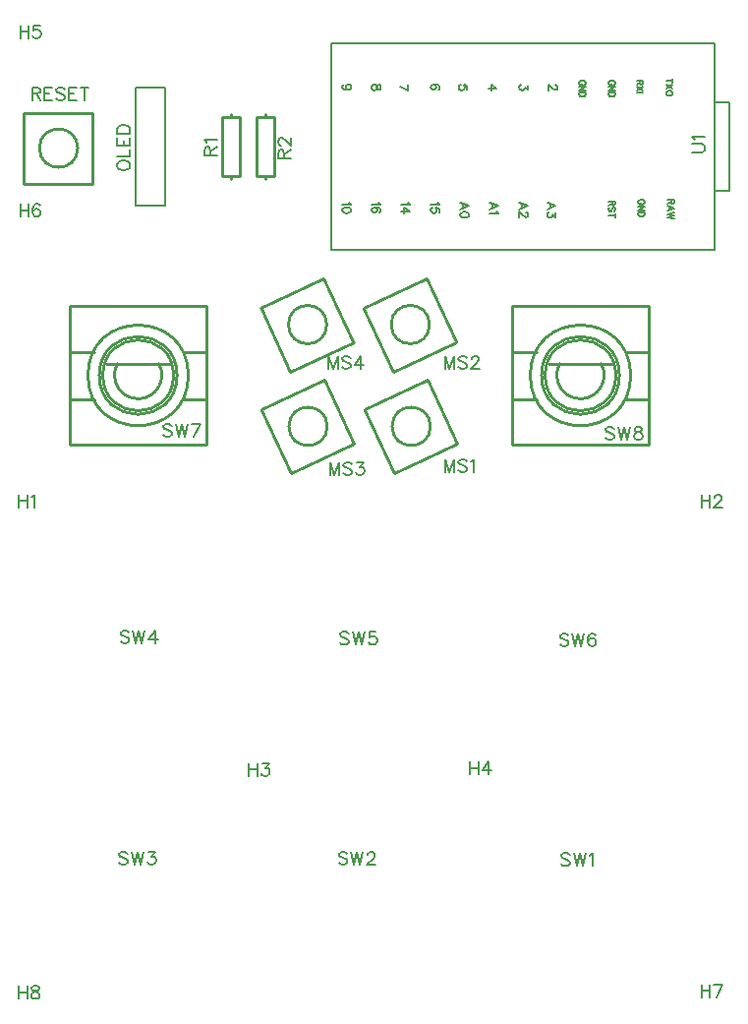
<source format=gto>
G04 Layer: TopSilkLayer*
G04 EasyEDA v6.4.7, 2020-12-12T13:13:04+01:00*
G04 d11925a588f84334974d7b2f1f55f34c,4d97e48eab474e129cc19cc013e78dee,10*
G04 Gerber Generator version 0.2*
G04 Scale: 100 percent, Rotated: No, Reflected: No *
G04 Dimensions in millimeters *
G04 leading zeros omitted , absolute positions ,3 integer and 3 decimal *
%FSLAX33Y33*%
%MOMM*%
G90*
D02*

%ADD10C,0.254000*%
%ADD23C,0.203200*%
%ADD24C,0.203200*%
%ADD25C,0.200660*%
%ADD26C,0.152400*%

%LPD*%
G54D10*
G01X20795Y79264D02*
G01X20795Y79518D01*
G01X20795Y74184D02*
G01X20795Y73930D01*
G01X20795Y79264D02*
G01X21557Y79264D01*
G01X20033Y79264D02*
G01X20795Y79264D01*
G01X20033Y74184D02*
G01X20033Y79264D01*
G01X20795Y74184D02*
G01X20033Y74184D01*
G01X21557Y74184D02*
G01X20795Y74184D01*
G01X21557Y79264D02*
G01X21557Y74184D01*
G01X23716Y79264D02*
G01X23716Y79518D01*
G01X23716Y74184D02*
G01X23716Y73930D01*
G01X23716Y79264D02*
G01X24478Y79264D01*
G01X22954Y79264D02*
G01X23716Y79264D01*
G01X22954Y74184D02*
G01X22954Y79264D01*
G01X23716Y74184D02*
G01X22954Y74184D01*
G01X24478Y74184D02*
G01X23716Y74184D01*
G01X24478Y79264D02*
G01X24478Y74184D01*
G54D23*
G01X62451Y85614D02*
G01X29431Y85614D01*
G01X29431Y67834D01*
G01X62451Y67834D01*
G01X62451Y85614D01*
G54D24*
G01X62451Y80534D02*
G01X63721Y80534D01*
G01X63721Y80534D02*
G01X63721Y72914D01*
G01X63721Y72914D02*
G01X62451Y72914D01*
G54D10*
G01X32269Y54118D02*
G01X37707Y56653D01*
G01X34846Y48593D02*
G01X32310Y54030D01*
G01X40257Y51197D02*
G01X37721Y56635D01*
G01X34846Y48593D02*
G01X40284Y51128D01*
G01X2888Y79645D02*
G01X8888Y79645D01*
G01X2888Y73549D02*
G01X2888Y79548D01*
G01X8893Y73622D02*
G01X8893Y79622D01*
G01X2888Y73549D02*
G01X8888Y73549D01*
G01X32186Y62881D02*
G01X37624Y65416D01*
G01X34763Y57356D02*
G01X32227Y62793D01*
G01X40174Y59960D02*
G01X37638Y65398D01*
G01X34763Y57356D02*
G01X40201Y59891D01*
G01X23379Y54118D02*
G01X28817Y56653D01*
G01X25956Y48593D02*
G01X23420Y54030D01*
G01X31367Y51197D02*
G01X28831Y56635D01*
G01X25956Y48593D02*
G01X31394Y51128D01*
G01X23335Y62881D02*
G01X28773Y65416D01*
G01X25912Y57356D02*
G01X23376Y62793D01*
G01X31323Y59960D02*
G01X28787Y65398D01*
G01X25912Y57356D02*
G01X31350Y59891D01*
G54D25*
G01X15080Y71644D02*
G01X15080Y81804D01*
G01X12540Y81804D01*
G01X12540Y71644D01*
G01X15080Y71644D01*
G54D10*
G01X6894Y63035D02*
G01X18694Y63035D01*
G01X18694Y63035D02*
G01X18694Y51035D01*
G01X18694Y51035D02*
G01X6894Y51035D01*
G01X6894Y51035D02*
G01X6894Y63035D01*
G01X10000Y58051D02*
G01X15588Y58051D01*
G01X6952Y59067D02*
G01X8984Y59067D01*
G01X6952Y55003D02*
G01X8984Y55003D01*
G01X16604Y59067D02*
G01X18636Y59067D01*
G01X16604Y55003D02*
G01X18636Y55003D01*
G01X44994Y63035D02*
G01X56794Y63035D01*
G01X56794Y63035D02*
G01X56794Y51035D01*
G01X56794Y51035D02*
G01X44994Y51035D01*
G01X44994Y51035D02*
G01X44994Y63035D01*
G01X48100Y58051D02*
G01X53688Y58051D01*
G01X45052Y59067D02*
G01X47084Y59067D01*
G01X45052Y55003D02*
G01X47084Y55003D01*
G01X54704Y59067D02*
G01X56736Y59067D01*
G01X54704Y55003D02*
G01X56736Y55003D01*
G54D26*
G01X2634Y71781D02*
G01X2634Y70691D01*
G01X3361Y71781D02*
G01X3361Y70691D01*
G01X2634Y71263D02*
G01X3361Y71263D01*
G01X4329Y71626D02*
G01X4275Y71730D01*
G01X4120Y71781D01*
G01X4016Y71781D01*
G01X3861Y71730D01*
G01X3757Y71572D01*
G01X3704Y71313D01*
G01X3704Y71054D01*
G01X3757Y70846D01*
G01X3861Y70742D01*
G01X4016Y70691D01*
G01X4070Y70691D01*
G01X4225Y70742D01*
G01X4329Y70846D01*
G01X4379Y71001D01*
G01X4379Y71054D01*
G01X4329Y71209D01*
G01X4225Y71313D01*
G01X4070Y71364D01*
G01X4016Y71364D01*
G01X3861Y71313D01*
G01X3757Y71209D01*
G01X3704Y71054D01*
G01X61308Y4598D02*
G01X61308Y3508D01*
G01X62035Y4598D02*
G01X62035Y3508D01*
G01X61308Y4080D02*
G01X62035Y4080D01*
G01X63107Y4598D02*
G01X62586Y3508D01*
G01X62378Y4598D02*
G01X63107Y4598D01*
G01X2507Y4471D02*
G01X2507Y3381D01*
G01X3234Y4471D02*
G01X3234Y3381D01*
G01X2507Y3953D02*
G01X3234Y3953D01*
G01X3838Y4471D02*
G01X3681Y4420D01*
G01X3630Y4316D01*
G01X3630Y4212D01*
G01X3681Y4107D01*
G01X3785Y4054D01*
G01X3993Y4003D01*
G01X4148Y3953D01*
G01X4252Y3848D01*
G01X4306Y3744D01*
G01X4306Y3587D01*
G01X4252Y3483D01*
G01X4202Y3432D01*
G01X4044Y3381D01*
G01X3838Y3381D01*
G01X3681Y3432D01*
G01X3630Y3483D01*
G01X3577Y3587D01*
G01X3577Y3744D01*
G01X3630Y3848D01*
G01X3734Y3953D01*
G01X3889Y4003D01*
G01X4098Y4054D01*
G01X4202Y4107D01*
G01X4252Y4212D01*
G01X4252Y4316D01*
G01X4202Y4420D01*
G01X4044Y4471D01*
G01X3838Y4471D01*
G01X18499Y75962D02*
G01X19589Y75962D01*
G01X18499Y75962D02*
G01X18499Y76429D01*
G01X18550Y76584D01*
G01X18603Y76637D01*
G01X18708Y76688D01*
G01X18812Y76688D01*
G01X18916Y76637D01*
G01X18967Y76584D01*
G01X19017Y76429D01*
G01X19017Y75962D01*
G01X19017Y76325D02*
G01X19589Y76688D01*
G01X18708Y77031D02*
G01X18654Y77135D01*
G01X18499Y77292D01*
G01X19589Y77292D01*
G01X24849Y75708D02*
G01X25939Y75708D01*
G01X24849Y75708D02*
G01X24849Y76175D01*
G01X24900Y76330D01*
G01X24953Y76383D01*
G01X25058Y76434D01*
G01X25162Y76434D01*
G01X25266Y76383D01*
G01X25317Y76330D01*
G01X25367Y76175D01*
G01X25367Y75708D01*
G01X25367Y76071D02*
G01X25939Y76434D01*
G01X25108Y76830D02*
G01X25058Y76830D01*
G01X24953Y76881D01*
G01X24900Y76934D01*
G01X24849Y77038D01*
G01X24849Y77244D01*
G01X24900Y77348D01*
G01X24953Y77402D01*
G01X25058Y77452D01*
G01X25162Y77452D01*
G01X25266Y77402D01*
G01X25421Y77298D01*
G01X25939Y76777D01*
G01X25939Y77506D01*
G01X60536Y76216D02*
G01X61316Y76216D01*
G01X61471Y76266D01*
G01X61575Y76370D01*
G01X61626Y76528D01*
G01X61626Y76632D01*
G01X61575Y76787D01*
G01X61471Y76891D01*
G01X61316Y76942D01*
G01X60536Y76942D01*
G01X60745Y77285D02*
G01X60691Y77389D01*
G01X60536Y77546D01*
G01X61626Y77546D01*
G01X30978Y71898D02*
G01X31014Y71829D01*
G01X31118Y71725D01*
G01X30389Y71725D01*
G01X31118Y71288D02*
G01X31082Y71392D01*
G01X30978Y71461D01*
G01X30806Y71496D01*
G01X30701Y71496D01*
G01X30529Y71461D01*
G01X30425Y71392D01*
G01X30389Y71288D01*
G01X30389Y71219D01*
G01X30425Y71115D01*
G01X30529Y71047D01*
G01X30701Y71011D01*
G01X30806Y71011D01*
G01X30978Y71047D01*
G01X31082Y71115D01*
G01X31118Y71219D01*
G01X31118Y71288D01*
G01X33518Y71898D02*
G01X33554Y71829D01*
G01X33658Y71725D01*
G01X32929Y71725D01*
G01X33554Y71080D02*
G01X33622Y71115D01*
G01X33658Y71219D01*
G01X33658Y71288D01*
G01X33622Y71392D01*
G01X33518Y71461D01*
G01X33346Y71496D01*
G01X33173Y71496D01*
G01X33033Y71461D01*
G01X32965Y71392D01*
G01X32929Y71288D01*
G01X32929Y71252D01*
G01X32965Y71148D01*
G01X33033Y71080D01*
G01X33137Y71047D01*
G01X33173Y71047D01*
G01X33277Y71080D01*
G01X33346Y71148D01*
G01X33381Y71252D01*
G01X33381Y71288D01*
G01X33346Y71392D01*
G01X33277Y71461D01*
G01X33173Y71496D01*
G01X36058Y71898D02*
G01X36094Y71829D01*
G01X36198Y71725D01*
G01X35469Y71725D01*
G01X36198Y71148D02*
G01X35713Y71496D01*
G01X35713Y70975D01*
G01X36198Y71148D02*
G01X35469Y71148D01*
G01X38598Y71898D02*
G01X38634Y71829D01*
G01X38738Y71725D01*
G01X38009Y71725D01*
G01X38738Y71080D02*
G01X38738Y71428D01*
G01X38426Y71461D01*
G01X38461Y71428D01*
G01X38494Y71323D01*
G01X38494Y71219D01*
G01X38461Y71115D01*
G01X38390Y71047D01*
G01X38286Y71011D01*
G01X38217Y71011D01*
G01X38113Y71047D01*
G01X38045Y71115D01*
G01X38009Y71219D01*
G01X38009Y71323D01*
G01X38045Y71428D01*
G01X38080Y71461D01*
G01X38149Y71496D01*
G01X41278Y71621D02*
G01X40549Y71898D01*
G01X41278Y71621D02*
G01X40549Y71344D01*
G01X40793Y71793D02*
G01X40793Y71448D01*
G01X41278Y70907D02*
G01X41242Y71011D01*
G01X41138Y71080D01*
G01X40966Y71115D01*
G01X40861Y71115D01*
G01X40689Y71080D01*
G01X40585Y71011D01*
G01X40549Y70907D01*
G01X40549Y70838D01*
G01X40585Y70734D01*
G01X40689Y70666D01*
G01X40861Y70630D01*
G01X40966Y70630D01*
G01X41138Y70666D01*
G01X41242Y70734D01*
G01X41278Y70838D01*
G01X41278Y70907D01*
G01X43818Y71621D02*
G01X43089Y71898D01*
G01X43818Y71621D02*
G01X43089Y71344D01*
G01X43333Y71793D02*
G01X43333Y71448D01*
G01X43678Y71115D02*
G01X43714Y71047D01*
G01X43818Y70942D01*
G01X43089Y70942D01*
G01X46358Y71621D02*
G01X45629Y71898D01*
G01X46358Y71621D02*
G01X45629Y71344D01*
G01X45873Y71793D02*
G01X45873Y71448D01*
G01X46183Y71080D02*
G01X46218Y71080D01*
G01X46287Y71047D01*
G01X46322Y71011D01*
G01X46358Y70942D01*
G01X46358Y70803D01*
G01X46322Y70734D01*
G01X46287Y70699D01*
G01X46218Y70666D01*
G01X46150Y70666D01*
G01X46081Y70699D01*
G01X45977Y70767D01*
G01X45629Y71115D01*
G01X45629Y70630D01*
G01X48771Y71621D02*
G01X48042Y71898D01*
G01X48771Y71621D02*
G01X48042Y71344D01*
G01X48286Y71793D02*
G01X48286Y71448D01*
G01X48771Y71047D02*
G01X48771Y70666D01*
G01X48494Y70871D01*
G01X48494Y70767D01*
G01X48459Y70699D01*
G01X48423Y70666D01*
G01X48319Y70630D01*
G01X48250Y70630D01*
G01X48146Y70666D01*
G01X48078Y70734D01*
G01X48042Y70838D01*
G01X48042Y70942D01*
G01X48078Y71047D01*
G01X48113Y71080D01*
G01X48182Y71115D01*
G01X53866Y72025D02*
G01X53333Y72025D01*
G01X53866Y72025D02*
G01X53866Y71796D01*
G01X53841Y71720D01*
G01X53815Y71694D01*
G01X53765Y71669D01*
G01X53714Y71669D01*
G01X53663Y71694D01*
G01X53638Y71720D01*
G01X53612Y71796D01*
G01X53612Y72025D01*
G01X53612Y71847D02*
G01X53333Y71669D01*
G01X53790Y71146D02*
G01X53841Y71196D01*
G01X53866Y71273D01*
G01X53866Y71374D01*
G01X53841Y71450D01*
G01X53790Y71501D01*
G01X53739Y71501D01*
G01X53688Y71476D01*
G01X53663Y71450D01*
G01X53638Y71400D01*
G01X53587Y71247D01*
G01X53561Y71196D01*
G01X53536Y71171D01*
G01X53485Y71146D01*
G01X53409Y71146D01*
G01X53358Y71196D01*
G01X53333Y71273D01*
G01X53333Y71374D01*
G01X53358Y71450D01*
G01X53409Y71501D01*
G01X53866Y70800D02*
G01X53333Y70800D01*
G01X53866Y70978D02*
G01X53866Y70622D01*
G01X56279Y71771D02*
G01X56330Y71796D01*
G01X56381Y71847D01*
G01X56406Y71898D01*
G01X56406Y71999D01*
G01X56381Y72050D01*
G01X56330Y72101D01*
G01X56279Y72126D01*
G01X56203Y72152D01*
G01X56076Y72152D01*
G01X56000Y72126D01*
G01X55949Y72101D01*
G01X55898Y72050D01*
G01X55873Y71999D01*
G01X55873Y71898D01*
G01X55898Y71847D01*
G01X55949Y71796D01*
G01X56000Y71771D01*
G01X56076Y71771D01*
G01X56076Y71898D02*
G01X56076Y71771D01*
G01X56406Y71603D02*
G01X55873Y71603D01*
G01X56406Y71603D02*
G01X55873Y71247D01*
G01X56406Y71247D02*
G01X55873Y71247D01*
G01X56406Y71080D02*
G01X55873Y71080D01*
G01X56406Y71080D02*
G01X56406Y70902D01*
G01X56381Y70826D01*
G01X56330Y70775D01*
G01X56279Y70749D01*
G01X56203Y70724D01*
G01X56076Y70724D01*
G01X56000Y70749D01*
G01X55949Y70775D01*
G01X55898Y70826D01*
G01X55873Y70902D01*
G01X55873Y71080D01*
G01X58946Y72152D02*
G01X58413Y72152D01*
G01X58946Y72152D02*
G01X58946Y71923D01*
G01X58921Y71847D01*
G01X58895Y71821D01*
G01X58845Y71796D01*
G01X58794Y71796D01*
G01X58743Y71821D01*
G01X58718Y71847D01*
G01X58692Y71923D01*
G01X58692Y72152D01*
G01X58692Y71974D02*
G01X58413Y71796D01*
G01X58946Y71425D02*
G01X58413Y71628D01*
G01X58946Y71425D02*
G01X58413Y71222D01*
G01X58591Y71552D02*
G01X58591Y71298D01*
G01X58946Y71054D02*
G01X58413Y70927D01*
G01X58946Y70800D02*
G01X58413Y70927D01*
G01X58946Y70800D02*
G01X58413Y70673D01*
G01X58946Y70546D02*
G01X58413Y70673D01*
G01X58819Y82388D02*
G01X58286Y82388D01*
G01X58819Y82566D02*
G01X58819Y82210D01*
G01X58819Y82042D02*
G01X58286Y81687D01*
G01X58819Y81687D02*
G01X58286Y82042D01*
G01X58819Y81367D02*
G01X58794Y81417D01*
G01X58743Y81468D01*
G01X58692Y81494D01*
G01X58616Y81519D01*
G01X58489Y81519D01*
G01X58413Y81494D01*
G01X58362Y81468D01*
G01X58311Y81417D01*
G01X58286Y81367D01*
G01X58286Y81265D01*
G01X58311Y81214D01*
G01X58362Y81163D01*
G01X58413Y81138D01*
G01X58489Y81113D01*
G01X58616Y81113D01*
G01X58692Y81138D01*
G01X58743Y81163D01*
G01X58794Y81214D01*
G01X58819Y81265D01*
G01X58819Y81367D01*
G01X56279Y82439D02*
G01X55746Y82439D01*
G01X56279Y82439D02*
G01X56279Y82210D01*
G01X56254Y82134D01*
G01X56228Y82108D01*
G01X56178Y82083D01*
G01X56127Y82083D01*
G01X56076Y82108D01*
G01X56051Y82134D01*
G01X56025Y82210D01*
G01X56025Y82439D01*
G01X56025Y82261D02*
G01X55746Y82083D01*
G01X56279Y81915D02*
G01X55746Y81560D01*
G01X56279Y81560D02*
G01X55746Y81915D01*
G01X56279Y81392D02*
G01X55746Y81392D01*
G01X53739Y82058D02*
G01X53790Y82083D01*
G01X53841Y82134D01*
G01X53866Y82185D01*
G01X53866Y82286D01*
G01X53841Y82337D01*
G01X53790Y82388D01*
G01X53739Y82413D01*
G01X53663Y82439D01*
G01X53536Y82439D01*
G01X53460Y82413D01*
G01X53409Y82388D01*
G01X53358Y82337D01*
G01X53333Y82286D01*
G01X53333Y82185D01*
G01X53358Y82134D01*
G01X53409Y82083D01*
G01X53460Y82058D01*
G01X53536Y82058D01*
G01X53536Y82185D02*
G01X53536Y82058D01*
G01X53866Y81890D02*
G01X53333Y81890D01*
G01X53866Y81890D02*
G01X53333Y81534D01*
G01X53866Y81534D02*
G01X53333Y81534D01*
G01X53866Y81367D02*
G01X53333Y81367D01*
G01X53866Y81367D02*
G01X53866Y81189D01*
G01X53841Y81113D01*
G01X53790Y81062D01*
G01X53739Y81036D01*
G01X53663Y81011D01*
G01X53536Y81011D01*
G01X53460Y81036D01*
G01X53409Y81062D01*
G01X53358Y81113D01*
G01X53333Y81189D01*
G01X53333Y81367D01*
G01X51199Y82058D02*
G01X51250Y82083D01*
G01X51301Y82134D01*
G01X51326Y82185D01*
G01X51326Y82286D01*
G01X51301Y82337D01*
G01X51250Y82388D01*
G01X51199Y82413D01*
G01X51123Y82439D01*
G01X50996Y82439D01*
G01X50920Y82413D01*
G01X50869Y82388D01*
G01X50818Y82337D01*
G01X50793Y82286D01*
G01X50793Y82185D01*
G01X50818Y82134D01*
G01X50869Y82083D01*
G01X50920Y82058D01*
G01X50996Y82058D01*
G01X50996Y82185D02*
G01X50996Y82058D01*
G01X51326Y81890D02*
G01X50793Y81890D01*
G01X51326Y81890D02*
G01X50793Y81534D01*
G01X51326Y81534D02*
G01X50793Y81534D01*
G01X51326Y81367D02*
G01X50793Y81367D01*
G01X51326Y81367D02*
G01X51326Y81189D01*
G01X51301Y81113D01*
G01X51250Y81062D01*
G01X51199Y81036D01*
G01X51123Y81011D01*
G01X50996Y81011D01*
G01X50920Y81036D01*
G01X50869Y81062D01*
G01X50818Y81113D01*
G01X50793Y81189D01*
G01X50793Y81367D01*
G01X48723Y82022D02*
G01X48758Y82022D01*
G01X48827Y81989D01*
G01X48862Y81953D01*
G01X48898Y81885D01*
G01X48898Y81745D01*
G01X48862Y81677D01*
G01X48827Y81641D01*
G01X48758Y81608D01*
G01X48690Y81608D01*
G01X48621Y81641D01*
G01X48517Y81712D01*
G01X48169Y82058D01*
G01X48169Y81572D01*
G01X46358Y81989D02*
G01X46358Y81608D01*
G01X46081Y81816D01*
G01X46081Y81712D01*
G01X46046Y81641D01*
G01X46010Y81608D01*
G01X45906Y81572D01*
G01X45837Y81572D01*
G01X45733Y81608D01*
G01X45665Y81677D01*
G01X45629Y81781D01*
G01X45629Y81885D01*
G01X45665Y81989D01*
G01X45700Y82022D01*
G01X45769Y82058D01*
G01X43691Y81712D02*
G01X43206Y82058D01*
G01X43206Y81537D01*
G01X43691Y81712D02*
G01X42962Y81712D01*
G01X41151Y81641D02*
G01X41151Y81989D01*
G01X40839Y82022D01*
G01X40874Y81989D01*
G01X40907Y81885D01*
G01X40907Y81781D01*
G01X40874Y81677D01*
G01X40803Y81608D01*
G01X40699Y81572D01*
G01X40630Y81572D01*
G01X40526Y81608D01*
G01X40458Y81677D01*
G01X40422Y81781D01*
G01X40422Y81885D01*
G01X40458Y81989D01*
G01X40493Y82022D01*
G01X40562Y82058D01*
G01X38634Y81641D02*
G01X38702Y81677D01*
G01X38738Y81781D01*
G01X38738Y81849D01*
G01X38702Y81953D01*
G01X38598Y82022D01*
G01X38426Y82058D01*
G01X38253Y82058D01*
G01X38113Y82022D01*
G01X38045Y81953D01*
G01X38009Y81849D01*
G01X38009Y81816D01*
G01X38045Y81712D01*
G01X38113Y81641D01*
G01X38217Y81608D01*
G01X38253Y81608D01*
G01X38357Y81641D01*
G01X38426Y81712D01*
G01X38461Y81816D01*
G01X38461Y81849D01*
G01X38426Y81953D01*
G01X38357Y82022D01*
G01X38253Y82058D01*
G01X36071Y81572D02*
G01X35342Y81918D01*
G01X36071Y82058D02*
G01X36071Y81572D01*
G01X33658Y81885D02*
G01X33622Y81989D01*
G01X33554Y82022D01*
G01X33483Y82022D01*
G01X33414Y81989D01*
G01X33381Y81918D01*
G01X33346Y81781D01*
G01X33310Y81677D01*
G01X33241Y81608D01*
G01X33173Y81572D01*
G01X33069Y81572D01*
G01X33000Y81608D01*
G01X32965Y81641D01*
G01X32929Y81745D01*
G01X32929Y81885D01*
G01X32965Y81989D01*
G01X33000Y82022D01*
G01X33069Y82058D01*
G01X33173Y82058D01*
G01X33241Y82022D01*
G01X33310Y81953D01*
G01X33346Y81849D01*
G01X33381Y81712D01*
G01X33414Y81641D01*
G01X33483Y81608D01*
G01X33554Y81608D01*
G01X33622Y81641D01*
G01X33658Y81745D01*
G01X33658Y81885D01*
G01X30874Y81608D02*
G01X30770Y81641D01*
G01X30701Y81712D01*
G01X30666Y81816D01*
G01X30666Y81849D01*
G01X30701Y81953D01*
G01X30770Y82022D01*
G01X30874Y82058D01*
G01X30910Y82058D01*
G01X31014Y82022D01*
G01X31082Y81953D01*
G01X31118Y81849D01*
G01X31118Y81816D01*
G01X31082Y81712D01*
G01X31014Y81641D01*
G01X30874Y81608D01*
G01X30701Y81608D01*
G01X30529Y81641D01*
G01X30425Y81712D01*
G01X30389Y81816D01*
G01X30389Y81885D01*
G01X30425Y81989D01*
G01X30493Y82022D01*
G01X39211Y49810D02*
G01X39211Y48720D01*
G01X39211Y49810D02*
G01X39627Y48720D01*
G01X40041Y49810D02*
G01X39627Y48720D01*
G01X40041Y49810D02*
G01X40041Y48720D01*
G01X41113Y49655D02*
G01X41009Y49759D01*
G01X40851Y49810D01*
G01X40646Y49810D01*
G01X40488Y49759D01*
G01X40384Y49655D01*
G01X40384Y49551D01*
G01X40437Y49446D01*
G01X40488Y49393D01*
G01X40592Y49342D01*
G01X40905Y49238D01*
G01X41009Y49187D01*
G01X41060Y49134D01*
G01X41113Y49030D01*
G01X41113Y48875D01*
G01X41009Y48771D01*
G01X40851Y48720D01*
G01X40646Y48720D01*
G01X40488Y48771D01*
G01X40384Y48875D01*
G01X41456Y49601D02*
G01X41560Y49655D01*
G01X41715Y49810D01*
G01X41715Y48720D01*
G01X3650Y81814D02*
G01X3650Y80724D01*
G01X3650Y81814D02*
G01X4118Y81814D01*
G01X4273Y81763D01*
G01X4326Y81710D01*
G01X4377Y81605D01*
G01X4377Y81501D01*
G01X4326Y81397D01*
G01X4273Y81346D01*
G01X4118Y81296D01*
G01X3650Y81296D01*
G01X4014Y81296D02*
G01X4377Y80724D01*
G01X4720Y81814D02*
G01X4720Y80724D01*
G01X4720Y81814D02*
G01X5395Y81814D01*
G01X4720Y81296D02*
G01X5136Y81296D01*
G01X4720Y80724D02*
G01X5395Y80724D01*
G01X6467Y81659D02*
G01X6363Y81763D01*
G01X6206Y81814D01*
G01X6000Y81814D01*
G01X5843Y81763D01*
G01X5738Y81659D01*
G01X5738Y81555D01*
G01X5792Y81450D01*
G01X5843Y81397D01*
G01X5947Y81346D01*
G01X6259Y81242D01*
G01X6363Y81191D01*
G01X6414Y81138D01*
G01X6467Y81034D01*
G01X6467Y80879D01*
G01X6363Y80775D01*
G01X6206Y80724D01*
G01X6000Y80724D01*
G01X5843Y80775D01*
G01X5738Y80879D01*
G01X6810Y81814D02*
G01X6810Y80724D01*
G01X6810Y81814D02*
G01X7486Y81814D01*
G01X6810Y81296D02*
G01X7224Y81296D01*
G01X6810Y80724D02*
G01X7486Y80724D01*
G01X8192Y81814D02*
G01X8192Y80724D01*
G01X7829Y81814D02*
G01X8555Y81814D01*
G01X39211Y58700D02*
G01X39211Y57610D01*
G01X39211Y58700D02*
G01X39627Y57610D01*
G01X40041Y58700D02*
G01X39627Y57610D01*
G01X40041Y58700D02*
G01X40041Y57610D01*
G01X41113Y58545D02*
G01X41009Y58649D01*
G01X40851Y58700D01*
G01X40646Y58700D01*
G01X40488Y58649D01*
G01X40384Y58545D01*
G01X40384Y58441D01*
G01X40437Y58336D01*
G01X40488Y58283D01*
G01X40592Y58232D01*
G01X40905Y58128D01*
G01X41009Y58077D01*
G01X41060Y58024D01*
G01X41113Y57920D01*
G01X41113Y57765D01*
G01X41009Y57661D01*
G01X40851Y57610D01*
G01X40646Y57610D01*
G01X40488Y57661D01*
G01X40384Y57765D01*
G01X41507Y58441D02*
G01X41507Y58491D01*
G01X41560Y58596D01*
G01X41611Y58649D01*
G01X41715Y58700D01*
G01X41923Y58700D01*
G01X42027Y58649D01*
G01X42078Y58596D01*
G01X42132Y58491D01*
G01X42132Y58387D01*
G01X42078Y58283D01*
G01X41974Y58128D01*
G01X41456Y57610D01*
G01X42182Y57610D01*
G01X29305Y49556D02*
G01X29305Y48466D01*
G01X29305Y49556D02*
G01X29721Y48466D01*
G01X30135Y49556D02*
G01X29721Y48466D01*
G01X30135Y49556D02*
G01X30135Y48466D01*
G01X31207Y49401D02*
G01X31103Y49505D01*
G01X30945Y49556D01*
G01X30740Y49556D01*
G01X30582Y49505D01*
G01X30478Y49401D01*
G01X30478Y49297D01*
G01X30531Y49192D01*
G01X30582Y49139D01*
G01X30686Y49088D01*
G01X30999Y48984D01*
G01X31103Y48933D01*
G01X31154Y48880D01*
G01X31207Y48776D01*
G01X31207Y48621D01*
G01X31103Y48517D01*
G01X30945Y48466D01*
G01X30740Y48466D01*
G01X30582Y48517D01*
G01X30478Y48621D01*
G01X31654Y49556D02*
G01X32226Y49556D01*
G01X31913Y49139D01*
G01X32068Y49139D01*
G01X32172Y49088D01*
G01X32226Y49037D01*
G01X32276Y48880D01*
G01X32276Y48776D01*
G01X32226Y48621D01*
G01X32121Y48517D01*
G01X31964Y48466D01*
G01X31809Y48466D01*
G01X31654Y48517D01*
G01X31601Y48568D01*
G01X31550Y48672D01*
G01X29178Y58700D02*
G01X29177Y57610D01*
G01X29178Y58700D02*
G01X29594Y57610D01*
G01X30008Y58700D02*
G01X29594Y57610D01*
G01X30008Y58700D02*
G01X30008Y57610D01*
G01X31080Y58545D02*
G01X30976Y58649D01*
G01X30818Y58700D01*
G01X30613Y58700D01*
G01X30455Y58649D01*
G01X30351Y58545D01*
G01X30351Y58441D01*
G01X30404Y58337D01*
G01X30455Y58283D01*
G01X30559Y58232D01*
G01X30872Y58128D01*
G01X30976Y58077D01*
G01X31027Y58024D01*
G01X31080Y57920D01*
G01X31080Y57765D01*
G01X30976Y57661D01*
G01X30818Y57610D01*
G01X30613Y57610D01*
G01X30455Y57661D01*
G01X30351Y57765D01*
G01X31941Y58700D02*
G01X31423Y57973D01*
G01X32200Y57973D01*
G01X31941Y58700D02*
G01X31941Y57610D01*
G01X11006Y75004D02*
G01X11057Y74900D01*
G01X11161Y74796D01*
G01X11265Y74742D01*
G01X11423Y74692D01*
G01X11682Y74692D01*
G01X11837Y74742D01*
G01X11941Y74796D01*
G01X12045Y74900D01*
G01X12096Y75004D01*
G01X12096Y75212D01*
G01X12045Y75314D01*
G01X11941Y75418D01*
G01X11837Y75471D01*
G01X11682Y75522D01*
G01X11423Y75522D01*
G01X11265Y75471D01*
G01X11161Y75418D01*
G01X11057Y75314D01*
G01X11006Y75212D01*
G01X11006Y75004D01*
G01X11006Y75865D02*
G01X12096Y75865D01*
G01X12096Y75865D02*
G01X12096Y76490D01*
G01X11006Y76833D02*
G01X12096Y76833D01*
G01X11006Y76833D02*
G01X11006Y77508D01*
G01X11524Y76833D02*
G01X11524Y77247D01*
G01X12096Y76833D02*
G01X12096Y77508D01*
G01X11006Y77851D02*
G01X12096Y77851D01*
G01X11006Y77851D02*
G01X11006Y78214D01*
G01X11057Y78369D01*
G01X11161Y78474D01*
G01X11265Y78527D01*
G01X11423Y78578D01*
G01X11682Y78578D01*
G01X11837Y78527D01*
G01X11941Y78474D01*
G01X12045Y78369D01*
G01X12096Y78214D01*
G01X12096Y77851D01*
G01X15680Y52703D02*
G01X15576Y52807D01*
G01X15421Y52858D01*
G01X15212Y52858D01*
G01X15058Y52807D01*
G01X14953Y52703D01*
G01X14953Y52599D01*
G01X15004Y52495D01*
G01X15058Y52441D01*
G01X15162Y52390D01*
G01X15474Y52286D01*
G01X15576Y52235D01*
G01X15629Y52182D01*
G01X15680Y52078D01*
G01X15680Y51923D01*
G01X15576Y51819D01*
G01X15421Y51768D01*
G01X15212Y51768D01*
G01X15058Y51819D01*
G01X14953Y51923D01*
G01X16023Y52858D02*
G01X16284Y51768D01*
G01X16543Y52858D02*
G01X16284Y51768D01*
G01X16543Y52858D02*
G01X16802Y51768D01*
G01X17062Y52858D02*
G01X16802Y51768D01*
G01X18133Y52858D02*
G01X17613Y51768D01*
G01X17404Y52858D02*
G01X18133Y52858D01*
G01X53780Y52449D02*
G01X53676Y52553D01*
G01X53521Y52604D01*
G01X53312Y52604D01*
G01X53158Y52553D01*
G01X53053Y52449D01*
G01X53053Y52345D01*
G01X53104Y52241D01*
G01X53158Y52187D01*
G01X53262Y52136D01*
G01X53574Y52032D01*
G01X53676Y51981D01*
G01X53729Y51928D01*
G01X53780Y51824D01*
G01X53780Y51669D01*
G01X53676Y51565D01*
G01X53521Y51514D01*
G01X53312Y51514D01*
G01X53158Y51565D01*
G01X53053Y51669D01*
G01X54123Y52604D02*
G01X54384Y51514D01*
G01X54643Y52604D02*
G01X54384Y51514D01*
G01X54643Y52604D02*
G01X54902Y51514D01*
G01X55162Y52604D02*
G01X54902Y51514D01*
G01X55766Y52604D02*
G01X55609Y52553D01*
G01X55558Y52449D01*
G01X55558Y52345D01*
G01X55609Y52241D01*
G01X55713Y52187D01*
G01X55921Y52136D01*
G01X56076Y52086D01*
G01X56180Y51981D01*
G01X56233Y51877D01*
G01X56233Y51720D01*
G01X56180Y51616D01*
G01X56129Y51565D01*
G01X55974Y51514D01*
G01X55766Y51514D01*
G01X55609Y51565D01*
G01X55558Y51616D01*
G01X55504Y51720D01*
G01X55504Y51877D01*
G01X55558Y51981D01*
G01X55662Y52086D01*
G01X55817Y52136D01*
G01X56025Y52187D01*
G01X56129Y52241D01*
G01X56180Y52345D01*
G01X56180Y52449D01*
G01X56129Y52553D01*
G01X55974Y52604D01*
G01X55766Y52604D01*
G01X49970Y15746D02*
G01X49866Y15850D01*
G01X49711Y15901D01*
G01X49503Y15901D01*
G01X49348Y15850D01*
G01X49243Y15746D01*
G01X49243Y15642D01*
G01X49294Y15537D01*
G01X49348Y15484D01*
G01X49452Y15433D01*
G01X49764Y15329D01*
G01X49866Y15278D01*
G01X49919Y15225D01*
G01X49970Y15121D01*
G01X49970Y14966D01*
G01X49866Y14862D01*
G01X49711Y14811D01*
G01X49503Y14811D01*
G01X49348Y14862D01*
G01X49243Y14966D01*
G01X50313Y15901D02*
G01X50574Y14811D01*
G01X50834Y15901D02*
G01X50574Y14811D01*
G01X50834Y15901D02*
G01X51093Y14811D01*
G01X51352Y15901D02*
G01X51093Y14811D01*
G01X51695Y15692D02*
G01X51799Y15746D01*
G01X51956Y15901D01*
G01X51956Y14811D01*
G01X30793Y15873D02*
G01X30689Y15977D01*
G01X30534Y16028D01*
G01X30326Y16028D01*
G01X30171Y15977D01*
G01X30066Y15873D01*
G01X30066Y15769D01*
G01X30117Y15664D01*
G01X30171Y15611D01*
G01X30275Y15560D01*
G01X30587Y15456D01*
G01X30689Y15405D01*
G01X30742Y15352D01*
G01X30793Y15248D01*
G01X30793Y15093D01*
G01X30689Y14989D01*
G01X30534Y14938D01*
G01X30326Y14938D01*
G01X30171Y14989D01*
G01X30066Y15093D01*
G01X31136Y16028D02*
G01X31397Y14938D01*
G01X31657Y16028D02*
G01X31397Y14938D01*
G01X31657Y16028D02*
G01X31916Y14938D01*
G01X32175Y16028D02*
G01X31916Y14938D01*
G01X32571Y15769D02*
G01X32571Y15819D01*
G01X32622Y15924D01*
G01X32675Y15977D01*
G01X32779Y16028D01*
G01X32987Y16028D01*
G01X33089Y15977D01*
G01X33142Y15924D01*
G01X33193Y15819D01*
G01X33193Y15715D01*
G01X33142Y15611D01*
G01X33038Y15456D01*
G01X32518Y14938D01*
G01X33247Y14938D01*
G01X11870Y15873D02*
G01X11766Y15977D01*
G01X11611Y16028D01*
G01X11403Y16028D01*
G01X11248Y15977D01*
G01X11143Y15873D01*
G01X11143Y15769D01*
G01X11194Y15664D01*
G01X11248Y15611D01*
G01X11352Y15560D01*
G01X11664Y15456D01*
G01X11766Y15405D01*
G01X11819Y15352D01*
G01X11870Y15248D01*
G01X11870Y15093D01*
G01X11766Y14989D01*
G01X11611Y14938D01*
G01X11403Y14938D01*
G01X11248Y14989D01*
G01X11143Y15093D01*
G01X12213Y16028D02*
G01X12474Y14938D01*
G01X12734Y16028D02*
G01X12474Y14938D01*
G01X12734Y16028D02*
G01X12993Y14938D01*
G01X13252Y16028D02*
G01X12993Y14938D01*
G01X13699Y16028D02*
G01X14270Y16028D01*
G01X13960Y15611D01*
G01X14115Y15611D01*
G01X14219Y15560D01*
G01X14270Y15510D01*
G01X14324Y15352D01*
G01X14324Y15248D01*
G01X14270Y15093D01*
G01X14166Y14989D01*
G01X14011Y14938D01*
G01X13856Y14938D01*
G01X13699Y14989D01*
G01X13648Y15040D01*
G01X13595Y15144D01*
G01X11997Y34923D02*
G01X11893Y35027D01*
G01X11738Y35078D01*
G01X11530Y35078D01*
G01X11375Y35027D01*
G01X11270Y34923D01*
G01X11270Y34819D01*
G01X11321Y34714D01*
G01X11375Y34661D01*
G01X11479Y34610D01*
G01X11791Y34506D01*
G01X11893Y34455D01*
G01X11946Y34402D01*
G01X11997Y34298D01*
G01X11997Y34143D01*
G01X11893Y34039D01*
G01X11738Y33988D01*
G01X11530Y33988D01*
G01X11375Y34039D01*
G01X11270Y34143D01*
G01X12340Y35078D02*
G01X12601Y33988D01*
G01X12861Y35078D02*
G01X12601Y33988D01*
G01X12861Y35078D02*
G01X13120Y33988D01*
G01X13379Y35078D02*
G01X13120Y33988D01*
G01X14242Y35078D02*
G01X13722Y34351D01*
G01X14501Y34351D01*
G01X14242Y35078D02*
G01X14242Y33988D01*
G01X30920Y34796D02*
G01X30816Y34900D01*
G01X30661Y34951D01*
G01X30453Y34951D01*
G01X30298Y34900D01*
G01X30193Y34796D01*
G01X30193Y34692D01*
G01X30244Y34587D01*
G01X30298Y34534D01*
G01X30402Y34483D01*
G01X30714Y34379D01*
G01X30816Y34328D01*
G01X30869Y34275D01*
G01X30920Y34171D01*
G01X30920Y34016D01*
G01X30816Y33912D01*
G01X30661Y33861D01*
G01X30453Y33861D01*
G01X30298Y33912D01*
G01X30193Y34016D01*
G01X31263Y34951D02*
G01X31524Y33861D01*
G01X31784Y34951D02*
G01X31524Y33861D01*
G01X31784Y34951D02*
G01X32043Y33861D01*
G01X32302Y34951D02*
G01X32043Y33861D01*
G01X33269Y34951D02*
G01X32749Y34951D01*
G01X32698Y34483D01*
G01X32749Y34534D01*
G01X32906Y34587D01*
G01X33061Y34587D01*
G01X33216Y34534D01*
G01X33320Y34433D01*
G01X33374Y34275D01*
G01X33374Y34171D01*
G01X33320Y34016D01*
G01X33216Y33912D01*
G01X33061Y33861D01*
G01X32906Y33861D01*
G01X32749Y33912D01*
G01X32698Y33963D01*
G01X32645Y34067D01*
G01X49843Y34669D02*
G01X49739Y34773D01*
G01X49584Y34824D01*
G01X49376Y34824D01*
G01X49221Y34773D01*
G01X49116Y34669D01*
G01X49116Y34565D01*
G01X49167Y34460D01*
G01X49221Y34407D01*
G01X49325Y34356D01*
G01X49637Y34252D01*
G01X49739Y34201D01*
G01X49792Y34148D01*
G01X49843Y34044D01*
G01X49843Y33889D01*
G01X49739Y33785D01*
G01X49584Y33734D01*
G01X49376Y33734D01*
G01X49221Y33785D01*
G01X49116Y33889D01*
G01X50186Y34824D02*
G01X50447Y33734D01*
G01X50707Y34824D02*
G01X50447Y33734D01*
G01X50707Y34824D02*
G01X50966Y33734D01*
G01X51225Y34824D02*
G01X50966Y33734D01*
G01X52192Y34669D02*
G01X52139Y34773D01*
G01X51984Y34824D01*
G01X51880Y34824D01*
G01X51725Y34773D01*
G01X51621Y34615D01*
G01X51568Y34356D01*
G01X51568Y34097D01*
G01X51621Y33889D01*
G01X51725Y33785D01*
G01X51880Y33734D01*
G01X51933Y33734D01*
G01X52088Y33785D01*
G01X52192Y33889D01*
G01X52243Y34044D01*
G01X52243Y34097D01*
G01X52192Y34252D01*
G01X52088Y34356D01*
G01X51933Y34407D01*
G01X51880Y34407D01*
G01X51725Y34356D01*
G01X51621Y34252D01*
G01X51568Y34097D01*
G01X2507Y46762D02*
G01X2507Y45672D01*
G01X3234Y46762D02*
G01X3234Y45672D01*
G01X2507Y46244D02*
G01X3234Y46244D01*
G01X3577Y46553D02*
G01X3681Y46607D01*
G01X3838Y46762D01*
G01X3838Y45672D01*
G01X61308Y46762D02*
G01X61308Y45672D01*
G01X62035Y46762D02*
G01X62035Y45672D01*
G01X61308Y46244D02*
G01X62035Y46244D01*
G01X62431Y46503D02*
G01X62431Y46553D01*
G01X62482Y46658D01*
G01X62535Y46711D01*
G01X62639Y46762D01*
G01X62845Y46762D01*
G01X62949Y46711D01*
G01X63003Y46658D01*
G01X63053Y46553D01*
G01X63053Y46449D01*
G01X63003Y46345D01*
G01X62899Y46190D01*
G01X62378Y45672D01*
G01X63107Y45672D01*
G01X22319Y23648D02*
G01X22319Y22558D01*
G01X23046Y23648D02*
G01X23046Y22558D01*
G01X22319Y23130D02*
G01X23046Y23130D01*
G01X23493Y23648D02*
G01X24064Y23648D01*
G01X23755Y23231D01*
G01X23910Y23231D01*
G01X24014Y23180D01*
G01X24064Y23130D01*
G01X24118Y22972D01*
G01X24118Y22868D01*
G01X24064Y22713D01*
G01X23960Y22609D01*
G01X23805Y22558D01*
G01X23650Y22558D01*
G01X23493Y22609D01*
G01X23442Y22660D01*
G01X23389Y22764D01*
G01X41369Y23775D02*
G01X41369Y22685D01*
G01X42096Y23775D02*
G01X42096Y22685D01*
G01X41369Y23257D02*
G01X42096Y23257D01*
G01X42960Y23775D02*
G01X42439Y23048D01*
G01X43219Y23048D01*
G01X42960Y23775D02*
G01X42960Y22685D01*
G01X2634Y87148D02*
G01X2634Y86058D01*
G01X3361Y87148D02*
G01X3361Y86058D01*
G01X2634Y86630D02*
G01X3361Y86630D01*
G01X4329Y87148D02*
G01X3808Y87148D01*
G01X3757Y86680D01*
G01X3808Y86731D01*
G01X3965Y86784D01*
G01X4120Y86784D01*
G01X4275Y86731D01*
G01X4379Y86630D01*
G01X4433Y86472D01*
G01X4433Y86368D01*
G01X4379Y86213D01*
G01X4275Y86109D01*
G01X4120Y86058D01*
G01X3965Y86058D01*
G01X3808Y86109D01*
G01X3757Y86160D01*
G01X3704Y86264D01*
G54D10*
G75*
G01X14573Y58051D02*
G02X11017Y58051I-1778J-994D01*
G01*
G75*
G01X52673Y58051D02*
G02X49117Y58051I-1778J-994D01*
G01*
G75*
G01X37971Y52644D02*
G03X37971Y52644I-1651J0D01*
G01*
G75*
G01X7588Y76597D02*
G03X7588Y76597I-1651J0D01*
G01*
G75*
G01X37889Y61407D02*
G03X37889Y61407I-1651J0D01*
G01*
G75*
G01X29081Y52644D02*
G03X29081Y52644I-1651J0D01*
G01*
G75*
G01X29038Y61407D02*
G03X29038Y61407I-1651J0D01*
G01*
G75*
G01X17120Y57035D02*
G03X17120Y57035I-4325J0D01*
G01*
G75*
G01X16148Y57035D02*
G03X16148Y57035I-3353J0D01*
G01*
G75*
G01X15843Y57035D02*
G03X15843Y57035I-3048J0D01*
G01*
G75*
G01X55220Y57035D02*
G03X55220Y57035I-4325J0D01*
G01*
G75*
G01X54248Y57035D02*
G03X54248Y57035I-3353J0D01*
G01*
G75*
G01X53943Y57035D02*
G03X53943Y57035I-3048J0D01*
G01*
M00*
M02*

</source>
